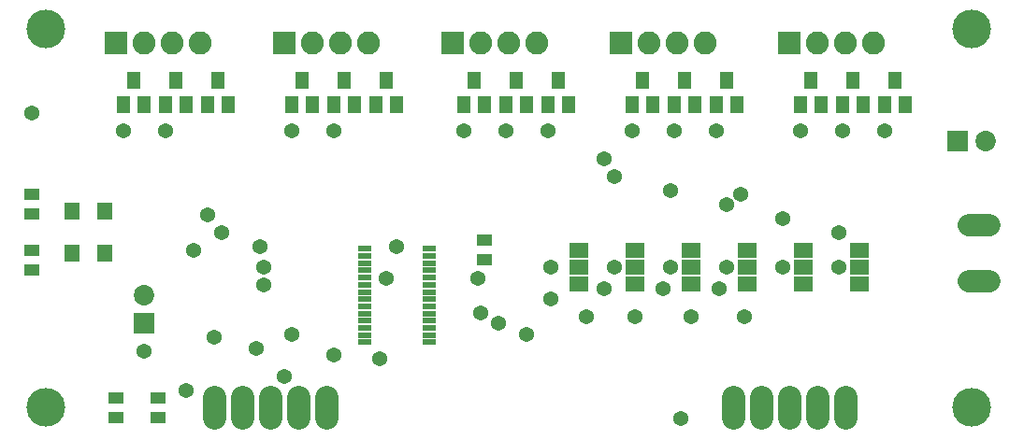
<source format=gts>
G75*
G70*
%OFA0B0*%
%FSLAX24Y24*%
%IPPOS*%
%LPD*%
%AMOC8*
5,1,8,0,0,1.08239X$1,22.5*
%
%ADD10R,0.0470X0.0200*%
%ADD11R,0.0552X0.0395*%
%ADD12C,0.0730*%
%ADD13R,0.0730X0.0730*%
%ADD14C,0.1380*%
%ADD15C,0.0820*%
%ADD16R,0.0710X0.0540*%
%ADD17R,0.0474X0.0631*%
%ADD18R,0.0820X0.0820*%
%ADD19C,0.0820*%
%ADD20C,0.0790*%
%ADD21R,0.0552X0.0631*%
%ADD22C,0.0540*%
D10*
X013451Y004437D03*
X013451Y004693D03*
X013451Y004948D03*
X013451Y005204D03*
X013451Y005460D03*
X013451Y005716D03*
X013451Y005972D03*
X013451Y006228D03*
X013451Y006484D03*
X013451Y006740D03*
X013451Y006996D03*
X013451Y007252D03*
X013451Y007507D03*
X013451Y007763D03*
X015749Y007763D03*
X015749Y007507D03*
X015749Y007252D03*
X015749Y006996D03*
X015749Y006740D03*
X015749Y006484D03*
X015749Y006228D03*
X015749Y005972D03*
X015749Y005716D03*
X015749Y005460D03*
X015749Y005204D03*
X015749Y004948D03*
X015749Y004693D03*
X015749Y004437D03*
D11*
X017725Y007371D03*
X017725Y008079D03*
X006100Y002454D03*
X004600Y002454D03*
X004600Y001746D03*
X006100Y001746D03*
X001600Y006996D03*
X001600Y007704D03*
X001600Y008996D03*
X001600Y009704D03*
D12*
X005600Y006100D03*
X035600Y011600D03*
D13*
X034600Y011600D03*
X005600Y005100D03*
D14*
X002100Y002100D03*
X002100Y015600D03*
X035100Y015600D03*
X035100Y002100D03*
D15*
X030600Y002470D02*
X030600Y001730D01*
X029600Y001730D02*
X029600Y002470D01*
X028600Y002470D02*
X028600Y001730D01*
X027600Y001730D02*
X027600Y002470D01*
X026600Y002470D02*
X026600Y001730D01*
X012100Y001730D02*
X012100Y002470D01*
X011100Y002470D02*
X011100Y001730D01*
X010100Y001730D02*
X010100Y002470D01*
X009100Y002470D02*
X009100Y001730D01*
X008100Y001730D02*
X008100Y002470D01*
D16*
X021100Y006500D03*
X021100Y007100D03*
X021100Y007700D03*
X023100Y007700D03*
X023100Y007100D03*
X023100Y006500D03*
X025100Y006500D03*
X025100Y007100D03*
X025100Y007700D03*
X027100Y007700D03*
X027100Y007100D03*
X027100Y006500D03*
X029100Y006500D03*
X029100Y007100D03*
X029100Y007700D03*
X031100Y007700D03*
X031100Y007100D03*
X031100Y006500D03*
D17*
X031224Y012917D03*
X030476Y012917D03*
X029724Y012917D03*
X028976Y012917D03*
X029350Y013783D03*
X030850Y013783D03*
X032350Y013783D03*
X031976Y012917D03*
X032724Y012917D03*
X026724Y012917D03*
X025976Y012917D03*
X025224Y012917D03*
X024476Y012917D03*
X023724Y012917D03*
X022976Y012917D03*
X023350Y013783D03*
X024850Y013783D03*
X026350Y013783D03*
X020724Y012917D03*
X019976Y012917D03*
X019224Y012917D03*
X018476Y012917D03*
X017724Y012917D03*
X016976Y012917D03*
X017350Y013783D03*
X018850Y013783D03*
X020350Y013783D03*
X014599Y012917D03*
X013851Y012917D03*
X013099Y012917D03*
X012351Y012917D03*
X011599Y012917D03*
X010851Y012917D03*
X011225Y013783D03*
X012725Y013783D03*
X014225Y013783D03*
X008599Y012917D03*
X007851Y012917D03*
X007099Y012917D03*
X006351Y012917D03*
X005599Y012917D03*
X004851Y012917D03*
X005225Y013783D03*
X006725Y013783D03*
X008225Y013783D03*
D18*
X010600Y015100D03*
X004600Y015100D03*
X016600Y015100D03*
X022600Y015100D03*
X028600Y015100D03*
D19*
X029600Y015100D03*
X030600Y015100D03*
X031600Y015100D03*
X025600Y015100D03*
X024600Y015100D03*
X023600Y015100D03*
X019600Y015100D03*
X018600Y015100D03*
X017600Y015100D03*
X013600Y015100D03*
X012600Y015100D03*
X011600Y015100D03*
X007600Y015100D03*
X006600Y015100D03*
X005600Y015100D03*
D20*
X034995Y008600D02*
X035705Y008600D01*
X035705Y006600D02*
X034995Y006600D01*
D21*
X004191Y007600D03*
X003009Y007600D03*
X003009Y009100D03*
X004191Y009100D03*
D22*
X007350Y007725D03*
X008350Y008350D03*
X007850Y008975D03*
X009725Y007850D03*
X009850Y007100D03*
X009850Y006475D03*
X010850Y004725D03*
X009600Y004225D03*
X008100Y004600D03*
X005600Y004100D03*
X007100Y002725D03*
X010600Y003225D03*
X012350Y003975D03*
X013975Y003850D03*
X017600Y005475D03*
X018225Y005100D03*
X019225Y004725D03*
X021350Y005350D03*
X020100Y005975D03*
X021975Y006350D03*
X022350Y007100D03*
X024100Y006350D03*
X024350Y007100D03*
X026100Y006350D03*
X026350Y007100D03*
X028350Y007100D03*
X030350Y007100D03*
X030350Y008350D03*
X028350Y008850D03*
X026850Y009725D03*
X026350Y009350D03*
X024350Y009850D03*
X022350Y010350D03*
X021975Y010975D03*
X022975Y011975D03*
X024475Y011975D03*
X025975Y011975D03*
X028975Y011975D03*
X030475Y011975D03*
X031975Y011975D03*
X019975Y011975D03*
X018475Y011975D03*
X016975Y011975D03*
X012350Y011975D03*
X010850Y011975D03*
X006350Y011975D03*
X004850Y011975D03*
X001600Y012600D03*
X014225Y006725D03*
X014600Y007850D03*
X017475Y006725D03*
X020100Y007100D03*
X023100Y005350D03*
X025100Y005350D03*
X026975Y005350D03*
X024725Y001725D03*
M02*

</source>
